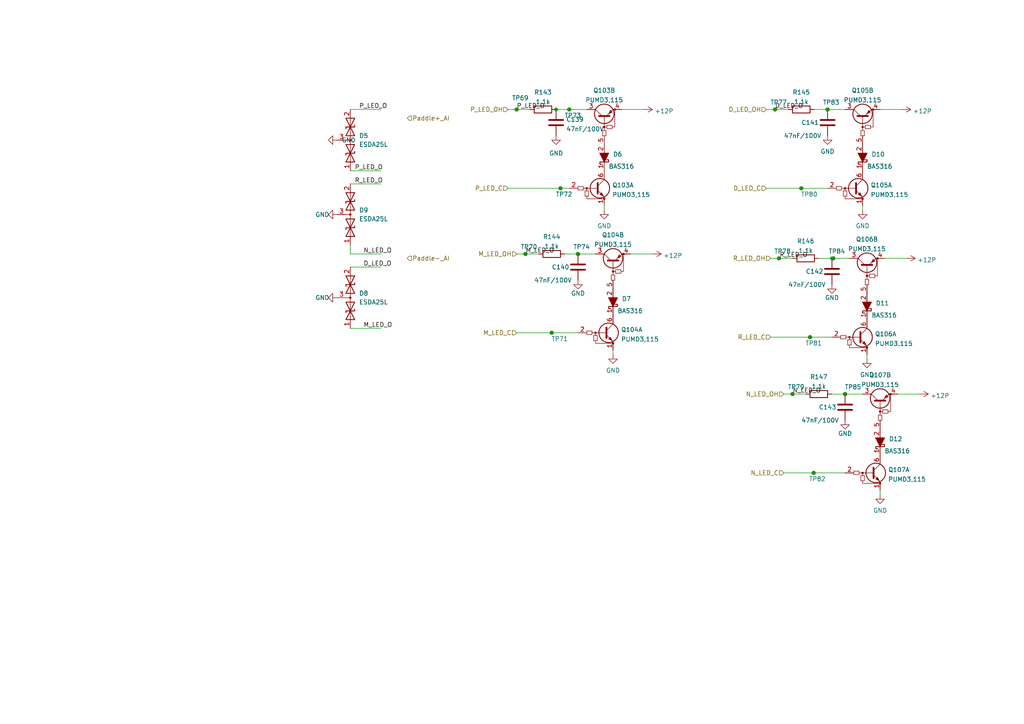
<source format=kicad_sch>
(kicad_sch (version 20211123) (generator eeschema)
  (paper "A4")
  (title_block (title "SX7H SHIFER MIAN SCH") (date "2022-07-18") (rev "V03") (company "宁波正朗汽车零部件有限公司") (comment 1 "批准:") (comment 2 "校准：") (comment 3 "设计：Ethan"))
  (lib_symbols
    (symbol "C_6" (pin_numbers hide) (pin_names (offset 0.254))
      (property "Reference" "C" (at 0.635 2.54 0))
      (property "Value" "C_6" (at 0.635 -2.54 0))
      (symbol "C_6_0_1"
        (polyline (pts (xy -2.032 -0.762) (xy 2.032 -0.762)) (stroke (width 0.508)))
        (polyline (pts (xy -2.032 0.762) (xy 2.032 0.762)) (stroke (width 0.508)))
      )
      (symbol "C_6_1_1"
        (pin passive line (at 0 3.81 270) (length 2.794) (name "~") (number "1"))
        (pin passive line (at 0 -3.81 90) (length 2.794) (name "~") (number "2"))
      )
    )
    (symbol "Connector:TestPoint_Small" (pin_numbers hide) (pin_names (offset 0.762) hide)
      (property "Reference" "TP" (at 0 3.81 0))
      (property "Value" "TestPoint_Small" (at 0 2.032 0))
      (symbol "TestPoint_Small_0_1"
        (circle (center 0 0) (radius 0.508))
      )
      (symbol "TestPoint_Small_1_1"
        (pin passive line (at 0 0 90) (length 0) (name "1") (number "1"))
      )
    )
    (symbol "Device:D_Schottky_Filled" (pin_names (offset 1.016) hide)
      (property "Reference" "D" (at 0 2.54 0))
      (property "Value" "D_Schottky_Filled" (at 0 -2.54 0))
      (symbol "D_Schottky_Filled_0_1"
        (polyline (pts (xy 1.27 0) (xy -1.27 0)))
        (polyline (pts (xy 1.27 1.27) (xy 1.27 -1.27) (xy -1.27 0) (xy 1.27 1.27)) (stroke (width 0.254)) (fill (type outline)))
        (polyline (pts (xy -1.905 0.635) (xy -1.905 1.27) (xy -1.27 1.27) (xy -1.27 -1.27) (xy -0.635 -1.27) (xy -0.635 -0.635)) (stroke (width 0.254)))
      )
      (symbol "D_Schottky_Filled_1_1"
        (pin passive line (at -3.81 0 0) (length 2.54) (name "K") (number "1"))
        (pin passive line (at 3.81 0 180) (length 2.54) (name "A") (number "2"))
      )
    )
    (symbol "Device:D_TVS_Dual_AAC" (pin_names (offset 1.016) hide)
      (property "Reference" "D" (at 0 4.445 0))
      (property "Value" "D_TVS_Dual_AAC" (at 0 2.54 0))
      (symbol "D_TVS_Dual_AAC_0_0"
        (polyline (pts (xy 0 -1.27) (xy 0 0)))
      )
      (symbol "D_TVS_Dual_AAC_0_1"
        (polyline (pts (xy -6.35 0) (xy 6.35 0)))
        (polyline (pts (xy -3.302 1.27) (xy -3.81 1.27) (xy -3.81 -1.27) (xy -4.318 -1.27)) (stroke (width 0.254)))
        (polyline (pts (xy 4.318 1.27) (xy 3.81 1.27) (xy 3.81 -1.27) (xy 3.302 -1.27)) (stroke (width 0.254)))
        (polyline (pts (xy -6.35 1.27) (xy -1.27 -1.27) (xy -1.27 1.27) (xy -6.35 -1.27) (xy -6.35 1.27)) (stroke (width 0.254)))
        (polyline (pts (xy 6.35 1.27) (xy 1.27 -1.27) (xy 1.27 1.27) (xy 6.35 -1.27) (xy 6.35 1.27)) (stroke (width 0.254)))
        (circle (center 0 0) (radius 0.254) (fill (type outline)))
      )
      (symbol "D_TVS_Dual_AAC_1_1"
        (pin passive line (at -8.89 0 0) (length 2.54) (name "A1") (number "1"))
        (pin passive line (at 8.89 0 180) (length 2.54) (name "A2") (number "2"))
        (pin input line (at 0 -3.81 90) (length 2.54) (name "common") (number "3"))
      )
    )
    (symbol "Device:Q_Dual_NPN_PNP_BRT_E1B1C2E2B2C1" (pin_names hide)
      (property "Reference" "Q" (at 3.81 1.27 0))
      (property "Value" "Q_Dual_NPN_PNP_BRT_E1B1C2E2B2C1" (at 3.81 -1.27 0))
      (symbol "Q_Dual_NPN_PNP_BRT_E1B1C2E2B2C1_0_1"
        (rectangle (start -6.35 0.508) (end -4.826 -0.508))
        (rectangle (start -4.318 -2.286) (end -3.302 -0.762))
        (circle (center -3.81 0) (radius 0.254) (fill (type outline)))
        (polyline (pts (xy -3.81 -0.762) (xy -3.81 0)))
        (polyline (pts (xy -0.762 0) (xy -4.826 0)))
        (polyline (pts (xy -0.635 1.524) (xy -0.635 -1.524)) (stroke (width 0.508)))
        (polyline (pts (xy -3.81 -2.286) (xy -3.81 -3.048) (xy 1.27 -3.048)))
        (circle (center 1.27 -3.048) (radius 0.254) (fill (type outline)))
      )
      (symbol "Q_Dual_NPN_PNP_BRT_E1B1C2E2B2C1_1_1"
        (polyline (pts (xy -0.635 0.635) (xy 1.27 2.54)))
        (polyline (pts (xy -0.635 -0.635) (xy 1.27 -2.54) (xy 1.27 -2.54)))
        (polyline (pts (xy 0 -1.778) (xy 0.508 -1.27) (xy 1.016 -2.286) (xy 0 -1.778) (xy 0 -1.778)) (fill (type outline)))
        (circle (center 0 0) (radius 2.8194) (stroke (width 0.254)))
        (pin passive line (at 1.27 -5.08 90) (length 2.54) (name "E1") (number "1"))
        (pin input line (at -8.89 0 0) (length 2.54) (name "B1") (number "2"))
        (pin passive line (at 1.27 5.08 270) (length 2.54) (name "C1") (number "6"))
      )
      (symbol "Q_Dual_NPN_PNP_BRT_E1B1C2E2B2C1_2_1"
        (polyline (pts (xy -0.635 0.635) (xy 1.27 2.54)))
        (polyline (pts (xy -0.635 -0.635) (xy 1.27 -2.54) (xy 1.27 -2.54)))
        (polyline (pts (xy 1.016 -1.778) (xy 0.508 -2.286) (xy 0 -1.27) (xy 1.016 -1.778) (xy 1.016 -1.778)) (fill (type outline)))
        (circle (center 0 0) (radius 2.8194) (stroke (width 0.254)))
        (pin passive line (at 1.27 5.08 270) (length 2.54) (name "C1") (number "3"))
        (pin passive line (at 1.27 -5.08 90) (length 2.54) (name "E1") (number "4"))
        (pin input line (at -8.89 0 0) (length 2.54) (name "B1") (number "5"))
      )
    )
    (symbol "Device:R" (pin_numbers hide) (pin_names (offset 0))
      (property "Reference" "R" (at 2.032 0 90))
      (property "Value" "R" (at 0 0 90))
      (symbol "R_0_1"
        (rectangle (start -1.016 -2.54) (end 1.016 2.54) (stroke (width 0.254)))
      )
      (symbol "R_1_1"
        (pin passive line (at 0 3.81 270) (length 1.27) (name "~") (number "1"))
        (pin passive line (at 0 -3.81 90) (length 1.27) (name "~") (number "2"))
      )
    )
    (symbol "power:+12P" (power) (pin_names (offset 0))
      (property "Value" "+12P" (at 0 3.556 0))
      (symbol "+12P_0_1"
        (polyline (pts (xy -0.762 1.27) (xy 0 2.54)))
        (polyline (pts (xy 0 0) (xy 0 2.54)))
        (polyline (pts (xy 0 2.54) (xy 0.762 1.27)))
      )
      (symbol "+12P_1_1"
        (pin power_in line (at 0 0 90) (length 0) hide (name "+12P") (number "1"))
      )
    )
    (symbol "power:GND" (power) (pin_names (offset 0))
      (property "Value" "GND" (at 0 -3.81 0))
      (symbol "GND_0_1"
        (polyline (pts (xy 0 0) (xy 0 -1.27) (xy 1.27 -1.27) (xy 0 -2.54) (xy -1.27 -1.27) (xy 0 -1.27)))
      )
      (symbol "GND_1_1"
        (pin power_in line (at 0 0 270) (length 0) hide (name "GND") (number "1"))
      )
    )
  )
  (junction (at 232.41 54.61))
  (junction (at 241.6842 74.93))
  (junction (at 225.9339 74.93))
  (junction (at 162.56 54.61))
  (junction (at 240.03 31.75))
  (junction (at 241.3 74.93))
  (junction (at 224.79 31.75))
  (junction (at 167.64 73.66))
  (junction (at 229.87 114.3))
  (junction (at 152.4 73.66))
  (junction (at 245.11 114.3))
  (junction (at 160.02 96.52))
  (junction (at 149.86 31.75))
  (junction (at 165.1 31.75))
  (junction (at 234.95 97.79))
  (junction (at 236.0066 137.16))
  (junction (at 161.29 31.75))
  (wire (pts (xy 101.6 71.12) (xy 101.6 73.66)))
  (wire (pts (xy 255.27 142.24) (xy 255.27 143.51)))
  (wire (pts (xy 163.83 73.66) (xy 167.64 73.66)))
  (wire (pts (xy 256.54 74.93) (xy 262.89 74.93)))
  (wire (pts (xy 236.22 31.75) (xy 240.03 31.75)))
  (wire (pts (xy 240.03 31.75) (xy 245.11 31.75)))
  (wire (pts (xy 229.87 114.3) (xy 233.68 114.3)))
  (wire (pts (xy 182.88 73.66) (xy 189.23 73.66)))
  (wire (pts (xy 101.6 49.53) (xy 110.49 49.53)))
  (wire (pts (xy 241.3 74.93) (xy 241.6842 74.93)))
  (wire (pts (xy 260.35 114.3) (xy 266.7 114.3)))
  (wire (pts (xy 101.6 31.75) (xy 110.49 31.75)))
  (wire (pts (xy 149.86 31.75) (xy 153.67 31.75)))
  (wire (pts (xy 241.3 114.3) (xy 245.11 114.3)))
  (wire (pts (xy 245.11 114.3) (xy 250.19 114.3)))
  (wire (pts (xy 175.26 59.69) (xy 175.26 60.96)))
  (wire (pts (xy 161.29 31.75) (xy 165.1 31.75)))
  (wire (pts (xy 165.1 31.75) (xy 170.18 31.75)))
  (wire (pts (xy 223.52 97.79) (xy 234.95 97.79)))
  (wire (pts (xy 234.95 97.79) (xy 241.3 97.79)))
  (wire (pts (xy 241.6842 74.93) (xy 246.38 74.93)))
  (wire (pts (xy 147.32 31.75) (xy 149.86 31.75)))
  (wire (pts (xy 149.86 96.52) (xy 160.02 96.52)))
  (wire (pts (xy 160.02 96.52) (xy 167.64 96.52)))
  (wire (pts (xy 101.6 53.34) (xy 110.49 53.34)))
  (wire (pts (xy 227.33 137.16) (xy 236.0066 137.16)))
  (wire (pts (xy 236.0066 137.16) (xy 245.11 137.16)))
  (wire (pts (xy 223.52 74.93) (xy 225.9339 74.93)))
  (wire (pts (xy 177.8 101.6) (xy 177.8 102.87)))
  (wire (pts (xy 101.6 73.66) (xy 110.49 73.66)))
  (wire (pts (xy 250.19 59.69) (xy 250.19 60.96)))
  (wire (pts (xy 251.46 102.87) (xy 251.46 104.14)))
  (wire (pts (xy 101.6 95.25) (xy 110.49 95.25)))
  (wire (pts (xy 237.49 74.93) (xy 241.3 74.93)))
  (wire (pts (xy 255.27 31.75) (xy 261.62 31.75)))
  (wire (pts (xy 224.79 31.75) (xy 228.6 31.75)))
  (wire (pts (xy 225.9339 74.93) (xy 229.87 74.93)))
  (wire (pts (xy 167.64 73.66) (xy 172.72 73.66)))
  (wire (pts (xy 222.25 31.75) (xy 224.79 31.75)))
  (wire (pts (xy 147.32 54.61) (xy 162.56 54.61)))
  (wire (pts (xy 162.56 54.61) (xy 165.1 54.61)))
  (wire (pts (xy 149.86 73.66) (xy 152.4 73.66)))
  (wire (pts (xy 152.4 73.66) (xy 156.21 73.66)))
  (wire (pts (xy 222.25 54.61) (xy 232.41 54.61)))
  (wire (pts (xy 232.41 54.61) (xy 240.03 54.61)))
  (wire (pts (xy 227.33 114.3) (xy 229.87 114.3)))
  (wire (pts (xy 180.34 31.75) (xy 186.69 31.75)))
  (wire (pts (xy 101.6 77.47) (xy 110.49 77.47)))
  (label "N_LED_O" (at 105.41 73.66 0))
  (label "N_LED_O" (at 229.87 114.3 0))
  (label "D_LED_O" (at 224.79 31.75 0))
  (label "R_LED_O" (at 102.87 53.34 0))
  (label "P_LED_O" (at 104.14 31.75 0))
  (label "M_LED_O" (at 152.4 73.66 0))
  (label "D_LED_O" (at 105.41 77.47 0))
  (label "P_LED_O" (at 149.86 31.75 0))
  (label "M_LED_O" (at 105.41 95.25 0))
  (label "P_LED_O" (at 102.87 49.53 0))
  (label "R_LED_O" (at 226.06 74.93 0))
  (hierarchical_label "N_LED_OH" (shape input) (at 227.33 114.3 180))
  (hierarchical_label "P_LED_C" (shape input) (at 147.32 54.61 180))
  (hierarchical_label "M_LED_C" (shape input) (at 149.86 96.52 180))
  (hierarchical_label "Paddle-_AI" (shape input) (at 118.11 74.93 0))
  (hierarchical_label "M_LED_OH" (shape input) (at 149.86 73.66 180))
  (hierarchical_label "Paddle+_AI" (shape input) (at 118.11 34.29 0))
  (hierarchical_label "D_LED_C" (shape input) (at 222.25 54.61 180))
  (hierarchical_label "R_LED_OH" (shape input) (at 223.52 74.93 180))
  (hierarchical_label "N_LED_C" (shape input) (at 227.33 137.16 180))
  (hierarchical_label "R_LED_C" (shape input) (at 223.52 97.79 180))
  (hierarchical_label "D_LED_OH" (shape input) (at 222.25 31.75 180))
  (hierarchical_label "P_LED_OH" (shape input) (at 147.32 31.75 180))
  (symbol (lib_id "Device:Q_Dual_NPN_PNP_BRT_E1B1C2E2B2C1") (at 176.53 96.52 0) (unit 1)
    (property "Reference" "Q104" (at 180.1113 95.6115 0) (effects (justify left)))
    (property "Value" "PUMD3,115" (at 180.1113 98.3866 0) (effects (justify left)))
    (property "Footprint" "Package_TO_SOT_SMD:SOT-363_SC-70-6" (effects hide))
    (property "Description" "TRANS PREBIAS NPN/PNP 6TSSOP" (effects hide))
    (property "Manufacturer" "Nexperia USA Inc." (effects hide))
    (property "Manufacturer Product Number" "PUMD3,115" (effects hide))
    (property "Descriptions" "TRANS PREBIAS NPN/PNP 6TSSOP" (effects hide))
  )
  (symbol (lib_id "Device:Q_Dual_NPN_PNP_BRT_E1B1C2E2B2C1") (at 255.27 115.57 90) (unit 2)
    (property "Reference" "Q107" (at 255.27 108.784 90))
    (property "Value" "PUMD3,115" (at 255.27 111.5591 90))
    (property "Footprint" "Package_TO_SOT_SMD:SOT-363_SC-70-6" (effects hide))
    (property "Description" "TRANS PREBIAS NPN/PNP 6TSSOP" (effects hide))
    (property "Manufacturer" "Nexperia USA Inc." (effects hide))
    (property "Manufacturer Product Number" "PUMD3,115" (effects hide))
    (property "Descriptions" "TRANS PREBIAS NPN/PNP 6TSSOP" (effects hide))
  )
  (symbol (lib_id "Connector:TestPoint_Small") (at 229.87 114.3 180) (unit 1)
    (property "Reference" "TP79" (at 228.473 112.239 0) (effects (justify right)))
    (property "Value" "TestPoint_Small" (effects hide))
    (property "Footprint" "TestPoint:TestPoint_Pad_D1.0mm" (effects hide))
  )
  (symbol (lib_id "power:+12P") (at 266.7 114.3 270) (unit 1)
    (property "Reference" "#PWR0175" (effects hide))
    (property "Value" "+12P" (at 269.8749 114.779 90) (effects (justify left)))
  )
  (symbol (lib_id "Device:R") (at 157.48 31.75 90) (unit 1)
    (property "Reference" "R143" (at 157.48 26.7675 90))
    (property "Value" "1.1k" (at 157.48 29.5426 90))
    (property "Footprint" "Resistor_SMD:R_1206_3216Metric" (effects hide))
    (property "Manufacturer" "RESI(开步睿思)" (effects hide))
    (property "Description" "RES 1k 1% 1/4W 1206" (effects hide))
    (property "Manufacturer Product Number" "AECR1206F1K10K9" (effects hide))
    (property "Descriptions" "RES 1.1k 1% 1/4W 1206" (effects hide))
  )
  (symbol (lib_id "Connector:TestPoint_Small") (at 236.0066 137.16 180) (unit 1)
    (property "Reference" "TP82" (at 234.6096 138.909 0) (effects (justify right)))
    (property "Value" "TestPoint_Small" (effects hide))
    (property "Footprint" "TestPoint:TestPoint_Pad_D1.0mm" (effects hide))
  )
  (symbol (lib_id "power:GND") (at 245.11 121.92 0) (unit 1)
    (property "Reference" "#PWR0169" (effects hide))
    (property "Value" "GND" (at 245.11 125.73 0))
  )
  (symbol (lib_id "power:GND") (at 251.46 104.14 0) (unit 1)
    (property "Reference" "#PWR0171" (effects hide))
    (property "Value" "GND" (at 251.46 108.7024 0))
  )
  (symbol (lib_id "Device:Q_Dual_NPN_PNP_BRT_E1B1C2E2B2C1") (at 173.99 54.61 0) (unit 1)
    (property "Reference" "Q103" (at 177.5713 53.7015 0) (effects (justify left)))
    (property "Value" "PUMD3,115" (at 177.5713 56.4766 0) (effects (justify left)))
    (property "Footprint" "Package_TO_SOT_SMD:SOT-363_SC-70-6" (effects hide))
    (property "Description" "TRANS PREBIAS NPN/PNP 6TSSOP" (effects hide))
    (property "Manufacturer" "Nexperia USA Inc." (effects hide))
    (property "Manufacturer Product Number" "PUMD3,115" (effects hide))
    (property "Descriptions" "TRANS PREBIAS NPN/PNP 6TSSOP" (effects hide))
  )
  (symbol (lib_id "Connector:TestPoint_Small") (at 225.9339 74.93 180) (unit 1)
    (property "Reference" "TP78" (at 224.5369 72.869 0) (effects (justify right)))
    (property "Value" "TestPoint_Small" (effects hide))
    (property "Footprint" "TestPoint:TestPoint_Pad_D1.0mm" (effects hide))
  )
  (symbol (lib_id "Device:Q_Dual_NPN_PNP_BRT_E1B1C2E2B2C1") (at 251.46 76.2 90) (unit 2)
    (property "Reference" "Q106" (at 251.46 69.414 90))
    (property "Value" "PUMD3,115" (at 251.46 72.1891 90))
    (property "Footprint" "Package_TO_SOT_SMD:SOT-363_SC-70-6" (effects hide))
    (property "Description" "TRANS PREBIAS NPN/PNP 6TSSOP" (effects hide))
    (property "Manufacturer" "Nexperia USA Inc." (effects hide))
    (property "Manufacturer Product Number" "PUMD3,115" (effects hide))
    (property "Descriptions" "TRANS PREBIAS NPN/PNP 6TSSOP" (effects hide))
  )
  (symbol (lib_id "power:GND") (at 97.79 40.64 270) (unit 1)
    (property "Reference" "#PWR06" (effects hide))
    (property "Value" "GND" (at 99.06 40.6399 90) (effects (justify left)))
  )
  (symbol (lib_name "C_6") (lib_id "Device:C") (at 245.11 118.11 0) (unit 1)
    (property "Reference" "C143" (at 237.49 118.11 0) (effects (justify left)))
    (property "Value" "47nF{slash}100V" (at 232.41 121.92 0) (effects (justify left)))
    (property "Footprint" "Capacitor_SMD:C_0603_1608Metric" (effects hide))
    (property "Manufacturer Product Number" "AC0603KRX7R0BB473" (effects hide))
    (property "Manufacturer" "YAGEO" (effects hide))
    (property "Description" "CAP CER 47nF 100V X7R 0603" (effects hide))
    (property "Descriptions" "CAP CER 47nF 100V X7R 0603" (effects hide))
  )
  (symbol (lib_id "power:GND") (at 167.64 81.28 0) (unit 1)
    (property "Reference" "#PWR0162" (effects hide))
    (property "Value" "GND" (at 167.64 85.09 0))
  )
  (symbol (lib_id "Device:Q_Dual_NPN_PNP_BRT_E1B1C2E2B2C1") (at 254 137.16 0) (unit 1)
    (property "Reference" "Q107" (at 257.5813 136.2515 0) (effects (justify left)))
    (property "Value" "PUMD3,115" (at 257.5813 139.0266 0) (effects (justify left)))
    (property "Footprint" "Package_TO_SOT_SMD:SOT-363_SC-70-6" (effects hide))
    (property "Description" "TRANS PREBIAS NPN/PNP 6TSSOP" (effects hide))
    (property "Manufacturer" "Nexperia USA Inc." (effects hide))
    (property "Manufacturer Product Number" "PUMD3,115" (effects hide))
    (property "Descriptions" "TRANS PREBIAS NPN/PNP 6TSSOP" (effects hide))
  )
  (symbol (lib_id "Device:D_Schottky_Filled") (at 177.8 87.63 90) (unit 1)
    (property "Reference" "D7" (at 180.34 86.6774 90) (effects (justify right)))
    (property "Value" "BAS316" (at 179.07 90.17 90) (effects (justify right)))
    (property "Footprint" "Diode_SMD:D_SOD-323" (effects hide))
    (property "Descriptions" "DIODE 100V 200mA 6ns SOD323" (effects hide))
    (property "Manufacturer" "Nexperia(安世)" (effects hide))
    (property "Manufacturer Product Number" "BAS316,115" (effects hide))
  )
  (symbol (lib_id "Connector:TestPoint_Small") (at 234.95 97.79 180) (unit 1)
    (property "Reference" "TP81" (at 233.553 99.539 0) (effects (justify right)))
    (property "Value" "TestPoint_Small" (effects hide))
    (property "Footprint" "TestPoint:TestPoint_Pad_D1.0mm" (effects hide))
  )
  (symbol (lib_id "Connector:TestPoint_Small") (at 160.02 96.52 180) (unit 1)
    (property "Reference" "TP71" (at 159.893 98.269 0) (effects (justify right)))
    (property "Value" "TestPoint_Small" (effects hide))
    (property "Footprint" "TestPoint:TestPoint_Pad_D1.0mm" (effects hide))
  )
  (symbol (lib_id "Device:D_Schottky_Filled") (at 250.19 45.72 90) (unit 1)
    (property "Reference" "D10" (at 252.73 44.7674 90) (effects (justify right)))
    (property "Value" "BAS316" (at 251.46 48.26 90) (effects (justify right)))
    (property "Footprint" "Diode_SMD:D_SOD-323" (effects hide))
    (property "Descriptions" "DIODE 100V 200mA 6ns SOD323" (effects hide))
    (property "Manufacturer" "Nexperia(安世)" (effects hide))
    (property "Manufacturer Product Number" "BAS316,115" (effects hide))
  )
  (symbol (lib_id "Connector:TestPoint_Small") (at 240.03 31.75 180) (unit 1)
    (property "Reference" "TP83" (at 238.633 29.689 0) (effects (justify right)))
    (property "Value" "TestPoint_Small" (effects hide))
    (property "Footprint" "TestPoint:TestPoint_Pad_D1.0mm" (effects hide))
  )
  (symbol (lib_id "Device:D_TVS_Dual_AAC") (at 101.6 86.36 270) (mirror x) (unit 1)
    (property "Reference" "D8" (at 104.14 85.0899 90) (effects (justify left)))
    (property "Value" "ESDA25L" (at 104.14 87.6299 90) (effects (justify left)))
    (property "Footprint" "Package_TO_SOT_SMD:SOT-23" (effects hide))
    (property "Descriptions" "TVS DIODE 24VWM SOT23-3" (effects hide))
    (property "Manufacturer" "BORN(伯恩半导体)" (effects hide))
    (property "Manufacturer Product Number" " ESDA25L" (effects hide))
  )
  (symbol (lib_id "power:+12P") (at 261.62 31.75 270) (unit 1)
    (property "Reference" "#PWR0173" (effects hide))
    (property "Value" "+12P" (at 264.7949 32.229 90) (effects (justify left)))
  )
  (symbol (lib_id "Device:R") (at 237.49 114.3 90) (unit 1)
    (property "Reference" "R147" (at 237.49 109.3175 90))
    (property "Value" "1.1k" (at 237.49 112.0926 90))
    (property "Footprint" "Resistor_SMD:R_1206_3216Metric" (effects hide))
    (property "Manufacturer" "RESI(开步睿思)" (effects hide))
    (property "Description" "RES 1k 1% 1/4W 1206" (effects hide))
    (property "Manufacturer Product Number" "AECR1206F1K10K9" (effects hide))
    (property "Descriptions" "RES 1.1k 1% 1/4W 1206" (effects hide))
  )
  (symbol (lib_id "power:GND") (at 161.29 39.37 0) (unit 1)
    (property "Reference" "#PWR0161" (effects hide))
    (property "Value" "GND" (at 161.29 44.45 0))
  )
  (symbol (lib_id "Connector:TestPoint_Small") (at 167.64 73.66 180) (unit 1)
    (property "Reference" "TP74" (at 166.243 71.599 0) (effects (justify right)))
    (property "Value" "TestPoint_Small" (effects hide))
    (property "Footprint" "TestPoint:TestPoint_Pad_D1.0mm" (effects hide))
  )
  (symbol (lib_id "Device:D_Schottky_Filled") (at 255.27 128.27 90) (unit 1)
    (property "Reference" "D12" (at 257.81 127.3174 90) (effects (justify right)))
    (property "Value" "BAS316" (at 256.54 130.81 90) (effects (justify right)))
    (property "Footprint" "Diode_SMD:D_SOD-323" (effects hide))
    (property "Descriptions" "DIODE 100V 200mA 6ns SOD323" (effects hide))
    (property "Manufacturer" "Nexperia(安世)" (effects hide))
    (property "Manufacturer Product Number" "BAS316,115" (effects hide))
  )
  (symbol (lib_id "Device:D_TVS_Dual_AAC") (at 101.6 62.23 270) (mirror x) (unit 1)
    (property "Reference" "D9" (at 104.14 60.9599 90) (effects (justify left)))
    (property "Value" "ESDA25L" (at 104.14 63.4999 90) (effects (justify left)))
    (property "Footprint" "Package_TO_SOT_SMD:SOT-23" (effects hide))
    (property "Descriptions" "TVS DIODE 24VWM SOT23-3" (effects hide))
    (property "Manufacturer" "BORN(伯恩半导体)" (effects hide))
    (property "Manufacturer Product Number" " ESDA25L" (effects hide))
  )
  (symbol (lib_id "Device:D_Schottky_Filled") (at 251.46 88.9 90) (unit 1)
    (property "Reference" "D11" (at 254 87.9474 90) (effects (justify right)))
    (property "Value" "BAS316" (at 252.73 91.44 90) (effects (justify right)))
    (property "Footprint" "Diode_SMD:D_SOD-323" (effects hide))
    (property "Descriptions" "DIODE 100V 200mA 6ns SOD323" (effects hide))
    (property "Manufacturer" "Nexperia(安世)" (effects hide))
    (property "Manufacturer Product Number" "BAS316,115" (effects hide))
  )
  (symbol (lib_id "power:GND") (at 255.27 143.51 0) (unit 1)
    (property "Reference" "#PWR0172" (effects hide))
    (property "Value" "GND" (at 255.27 148.0724 0))
  )
  (symbol (lib_id "power:GND") (at 250.19 60.96 0) (unit 1)
    (property "Reference" "#PWR0170" (effects hide))
    (property "Value" "GND" (at 250.19 65.5224 0))
  )
  (symbol (lib_id "Device:R") (at 233.68 74.93 90) (unit 1)
    (property "Reference" "R146" (at 233.68 69.9475 90))
    (property "Value" "1.1k" (at 233.68 72.7226 90))
    (property "Footprint" "Resistor_SMD:R_1206_3216Metric" (effects hide))
    (property "Manufacturer" "RESI(开步睿思)" (effects hide))
    (property "Description" "RES 1k 1% 1/4W 1206" (effects hide))
    (property "Manufacturer Product Number" "AECR1206F1K10K9" (effects hide))
    (property "Descriptions" "RES 1.1k 1% 1/4W 1206" (effects hide))
  )
  (symbol (lib_id "power:GND") (at 241.3 82.55 0) (unit 1)
    (property "Reference" "#PWR0168" (effects hide))
    (property "Value" "GND" (at 241.3 86.36 0))
  )
  (symbol (lib_id "power:GND") (at 240.03 39.37 0) (unit 1)
    (property "Reference" "#PWR0167" (effects hide))
    (property "Value" "GND" (at 240.03 43.9324 0))
  )
  (symbol (lib_id "Device:R") (at 160.02 73.66 90) (unit 1)
    (property "Reference" "R144" (at 160.02 68.6775 90))
    (property "Value" "1.1k" (at 160.02 71.4526 90))
    (property "Footprint" "Resistor_SMD:R_1206_3216Metric" (effects hide))
    (property "Manufacturer" "RESI(开步睿思)" (effects hide))
    (property "Description" "RES 1k 1% 1/4W 1206" (effects hide))
    (property "Manufacturer Product Number" "AECR1206F1K10K9" (effects hide))
    (property "Descriptions" "RES 1.1k 1% 1/4W 1206" (effects hide))
  )
  (symbol (lib_id "Connector:TestPoint_Small") (at 232.41 54.61 180) (unit 1)
    (property "Reference" "TP80" (at 232.283 56.359 0) (effects (justify right)))
    (property "Value" "TestPoint_Small" (effects hide))
    (property "Footprint" "TestPoint:TestPoint_Pad_D1.0mm" (effects hide))
  )
  (symbol (lib_id "power:GND") (at 175.26 60.96 0) (unit 1)
    (property "Reference" "#PWR0163" (effects hide))
    (property "Value" "GND" (at 175.26 65.5224 0))
  )
  (symbol (lib_id "Device:D_TVS_Dual_AAC") (at 101.6 40.64 270) (mirror x) (unit 1)
    (property "Reference" "D5" (at 104.14 39.3699 90) (effects (justify left)))
    (property "Value" "ESDA25L" (at 104.14 41.9099 90) (effects (justify left)))
    (property "Footprint" "Package_TO_SOT_SMD:SOT-23" (effects hide))
    (property "Descriptions" "TVS DIODE 24VWM SOT23-3" (effects hide))
    (property "Manufacturer" "BORN(伯恩半导体)" (effects hide))
    (property "Manufacturer Product Number" " ESDA25L" (effects hide))
  )
  (symbol (lib_id "Device:R") (at 232.41 31.75 90) (unit 1)
    (property "Reference" "R145" (at 232.41 26.7675 90))
    (property "Value" "1.1k" (at 232.41 29.5426 90))
    (property "Footprint" "Resistor_SMD:R_1206_3216Metric" (effects hide))
    (property "Manufacturer" "RESI(开步睿思)" (effects hide))
    (property "Description" "RES 1k 1% 1/4W 1206" (effects hide))
    (property "Manufacturer Product Number" "AECR1206F1K10K9" (effects hide))
    (property "Descriptions" "RES 1.1k 1% 1/4W 1206" (effects hide))
  )
  (symbol (lib_id "Connector:TestPoint_Small") (at 162.56 54.61 180) (unit 1)
    (property "Reference" "TP72" (at 161.163 56.359 0) (effects (justify right)))
    (property "Value" "TestPoint_Small" (effects hide))
    (property "Footprint" "TestPoint:TestPoint_Pad_D1.0mm" (effects hide))
  )
  (symbol (lib_id "Device:Q_Dual_NPN_PNP_BRT_E1B1C2E2B2C1") (at 250.19 97.79 0) (unit 1)
    (property "Reference" "Q106" (at 253.7713 96.8815 0) (effects (justify left)))
    (property "Value" "PUMD3,115" (at 253.7713 99.6566 0) (effects (justify left)))
    (property "Footprint" "Package_TO_SOT_SMD:SOT-363_SC-70-6" (effects hide))
    (property "Description" "TRANS PREBIAS NPN/PNP 6TSSOP" (effects hide))
    (property "Manufacturer" "Nexperia USA Inc." (effects hide))
    (property "Manufacturer Product Number" "PUMD3,115" (effects hide))
    (property "Descriptions" "TRANS PREBIAS NPN/PNP 6TSSOP" (effects hide))
  )
  (symbol (lib_id "Connector:TestPoint_Small") (at 224.79 31.75 180) (unit 1)
    (property "Reference" "TP77" (at 223.393 29.689 0) (effects (justify right)))
    (property "Value" "TestPoint_Small" (effects hide))
    (property "Footprint" "TestPoint:TestPoint_Pad_D1.0mm" (effects hide))
  )
  (symbol (lib_id "Connector:TestPoint_Small") (at 165.1 31.75 180) (unit 1)
    (property "Reference" "TP73" (at 163.703 33.499 0) (effects (justify right)))
    (property "Value" "TestPoint_Small" (effects hide))
    (property "Footprint" "TestPoint:TestPoint_Pad_D1.0mm" (effects hide))
  )
  (symbol (lib_name "C_6") (lib_id "Device:C") (at 240.03 35.56 0) (unit 1)
    (property "Reference" "C141" (at 232.41 35.56 0) (effects (justify left)))
    (property "Value" "47nF{slash}100V" (at 227.33 39.37 0) (effects (justify left)))
    (property "Footprint" "Capacitor_SMD:C_0603_1608Metric" (effects hide))
    (property "Manufacturer Product Number" "AC0603KRX7R0BB473" (effects hide))
    (property "Manufacturer" "YAGEO" (effects hide))
    (property "Description" "CAP CER 47nF 100V X7R 0603" (effects hide))
    (property "Descriptions" "CAP CER 47nF 100V X7R 0603" (effects hide))
  )
  (symbol (lib_id "Device:Q_Dual_NPN_PNP_BRT_E1B1C2E2B2C1") (at 250.19 33.02 90) (unit 2)
    (property "Reference" "Q105" (at 250.19 26.234 90))
    (property "Value" "PUMD3,115" (at 250.19 29.0091 90))
    (property "Footprint" "Package_TO_SOT_SMD:SOT-363_SC-70-6" (effects hide))
    (property "Description" "TRANS PREBIAS NPN/PNP 6TSSOP" (effects hide))
    (property "Manufacturer" "Nexperia USA Inc." (effects hide))
    (property "Manufacturer Product Number" "PUMD3,115" (effects hide))
    (property "Descriptions" "TRANS PREBIAS NPN/PNP 6TSSOP" (effects hide))
  )
  (symbol (lib_id "Device:D_Schottky_Filled") (at 175.26 45.72 90) (unit 1)
    (property "Reference" "D6" (at 177.8 44.7674 90) (effects (justify right)))
    (property "Value" "BAS316" (at 176.53 48.26 90) (effects (justify right)))
    (property "Footprint" "Diode_SMD:D_SOD-323" (effects hide))
    (property "Descriptions" "DIODE 100V 200mA 6ns SOD323" (effects hide))
    (property "Manufacturer" "Nexperia(安世)" (effects hide))
    (property "Manufacturer Product Number" "BAS316,115" (effects hide))
  )
  (symbol (lib_name "C_6") (lib_id "Device:C") (at 161.29 35.56 0) (unit 1)
    (property "Reference" "C139" (at 164.211 34.6515 0) (effects (justify left)))
    (property "Value" "47nF{slash}100V" (at 164.211 37.4266 0) (effects (justify left)))
    (property "Footprint" "Capacitor_SMD:C_0603_1608Metric" (effects hide))
    (property "Manufacturer Product Number" "AC0603KRX7R0BB473" (effects hide))
    (property "Manufacturer" "YAGEO" (effects hide))
    (property "Description" "CAP CER 47nF 100V X7R 0603" (effects hide))
    (property "Descriptions" "CAP CER 47nF 100V X7R 0603" (effects hide))
  )
  (symbol (lib_name "C_6") (lib_id "Device:C") (at 241.3 78.74 0) (unit 1)
    (property "Reference" "C142" (at 233.68 78.74 0) (effects (justify left)))
    (property "Value" "47nF{slash}100V" (at 228.6 82.55 0) (effects (justify left)))
    (property "Footprint" "Capacitor_SMD:C_0603_1608Metric" (effects hide))
    (property "Manufacturer Product Number" "AC0603KRX7R0BB473" (effects hide))
    (property "Manufacturer" "YAGEO" (effects hide))
    (property "Description" "CAP CER 47nF 100V X7R 0603" (effects hide))
    (property "Descriptions" "CAP CER 47nF 100V X7R 0603" (effects hide))
  )
  (symbol (lib_id "Connector:TestPoint_Small") (at 245.11 114.3 180) (unit 1)
    (property "Reference" "TP85" (at 244.983 112.239 0) (effects (justify right)))
    (property "Value" "TestPoint_Small" (effects hide))
    (property "Footprint" "TestPoint:TestPoint_Pad_D1.0mm" (effects hide))
  )
  (symbol (lib_id "Device:Q_Dual_NPN_PNP_BRT_E1B1C2E2B2C1") (at 175.26 33.02 90) (unit 2)
    (property "Reference" "Q103" (at 175.26 26.234 90))
    (property "Value" "PUMD3,115" (at 175.26 29.0091 90))
    (property "Footprint" "Package_TO_SOT_SMD:SOT-363_SC-70-6" (effects hide))
    (property "Description" "TRANS PREBIAS NPN/PNP 6TSSOP" (effects hide))
    (property "Manufacturer" "Nexperia USA Inc." (effects hide))
    (property "Manufacturer Product Number" "PUMD3,115" (effects hide))
    (property "Descriptions" "TRANS PREBIAS NPN/PNP 6TSSOP" (effects hide))
  )
  (symbol (lib_id "power:GND") (at 177.8 102.87 0) (unit 1)
    (property "Reference" "#PWR0164" (effects hide))
    (property "Value" "GND" (at 177.8 107.4324 0))
  )
  (symbol (lib_id "power:GND") (at 97.79 86.36 270) (unit 1)
    (property "Reference" "#PWR07" (effects hide))
    (property "Value" "GND" (at 91.44 86.36 90) (effects (justify left)))
  )
  (symbol (lib_id "power:+12P") (at 262.89 74.93 270) (unit 1)
    (property "Reference" "#PWR0174" (effects hide))
    (property "Value" "+12P" (at 266.0649 75.409 90) (effects (justify left)))
  )
  (symbol (lib_id "Connector:TestPoint_Small") (at 241.6842 74.93 180) (unit 1)
    (property "Reference" "TP84" (at 240.2872 72.869 0) (effects (justify right)))
    (property "Value" "TestPoint_Small" (effects hide))
    (property "Footprint" "TestPoint:TestPoint_Pad_D1.0mm" (effects hide))
  )
  (symbol (lib_id "power:+12P") (at 189.23 73.66 270) (unit 1)
    (property "Reference" "#PWR0166" (effects hide))
    (property "Value" "+12P" (at 192.4049 74.139 90) (effects (justify left)))
  )
  (symbol (lib_id "power:+12P") (at 186.69 31.75 270) (unit 1)
    (property "Reference" "#PWR0165" (effects hide))
    (property "Value" "+12P" (at 189.8649 32.229 90) (effects (justify left)))
  )
  (symbol (lib_id "power:GND") (at 97.79 62.23 270) (unit 1)
    (property "Reference" "#PWR08" (effects hide))
    (property "Value" "GND" (at 91.44 62.23 90) (effects (justify left)))
  )
  (symbol (lib_id "Connector:TestPoint_Small") (at 152.4 73.66 180) (unit 1)
    (property "Reference" "TP70" (at 151.003 71.599 0) (effects (justify right)))
    (property "Value" "TestPoint_Small" (effects hide))
    (property "Footprint" "TestPoint:TestPoint_Pad_D1.0mm" (effects hide))
  )
  (symbol (lib_name "C_6") (lib_id "Device:C") (at 167.64 77.47 0) (unit 1)
    (property "Reference" "C140" (at 160.02 77.47 0) (effects (justify left)))
    (property "Value" "47nF{slash}100V" (at 154.94 81.28 0) (effects (justify left)))
    (property "Footprint" "Capacitor_SMD:C_0603_1608Metric" (effects hide))
    (property "Manufacturer Product Number" "AC0603KRX7R0BB473" (effects hide))
    (property "Manufacturer" "YAGEO" (effects hide))
    (property "Description" "CAP CER 47nF 100V X7R 0603" (effects hide))
    (property "Descriptions" "CAP CER 47nF 100V X7R 0603" (effects hide))
  )
  (symbol (lib_id "Device:Q_Dual_NPN_PNP_BRT_E1B1C2E2B2C1") (at 177.8 74.93 90) (unit 2)
    (property "Reference" "Q104" (at 177.8 68.144 90))
    (property "Value" "PUMD3,115" (at 177.8 70.9191 90))
    (property "Footprint" "Package_TO_SOT_SMD:SOT-363_SC-70-6" (effects hide))
    (property "Description" "TRANS PREBIAS NPN/PNP 6TSSOP" (effects hide))
    (property "Manufacturer" "Nexperia USA Inc." (effects hide))
    (property "Manufacturer Product Number" "PUMD3,115" (effects hide))
    (property "Descriptions" "TRANS PREBIAS NPN/PNP 6TSSOP" (effects hide))
  )
  (symbol (lib_id "Connector:TestPoint_Small") (at 149.86 31.75 180) (unit 1)
    (property "Reference" "TP69" (at 148.463 28.419 0) (effects (justify right)))
    (property "Value" "TestPoint_Small" (effects hide))
    (property "Footprint" "TestPoint:TestPoint_Pad_D1.0mm" (effects hide))
  )
  (symbol (lib_id "Device:Q_Dual_NPN_PNP_BRT_E1B1C2E2B2C1") (at 248.92 54.61 0) (unit 1)
    (property "Reference" "Q105" (at 252.5013 53.7015 0) (effects (justify left)))
    (property "Value" "PUMD3,115" (at 252.5013 56.4766 0) (effects (justify left)))
    (property "Footprint" "Package_TO_SOT_SMD:SOT-363_SC-70-6" (effects hide))
    (property "Description" "TRANS PREBIAS NPN/PNP 6TSSOP" (effects hide))
    (property "Manufacturer" "Nexperia USA Inc." (effects hide))
    (property "Manufacturer Product Number" "PUMD3,115" (effects hide))
    (property "Descriptions" "TRANS PREBIAS NPN/PNP 6TSSOP" (effects hide))
  )
)
</source>
